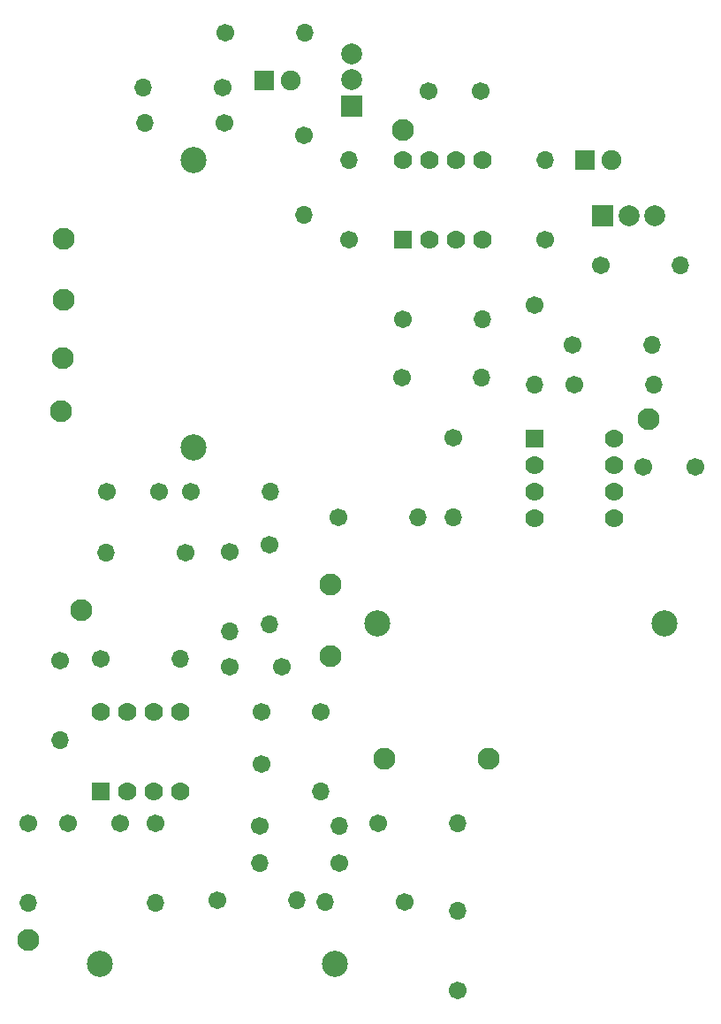
<source format=gbr>
G04 #@! TF.GenerationSoftware,KiCad,Pcbnew,5.1.2*
G04 #@! TF.CreationDate,2019-06-07T15:21:27-07:00*
G04 #@! TF.ProjectId,light-tone-pedal,6c696768-742d-4746-9f6e-652d70656461,rev?*
G04 #@! TF.SameCoordinates,Original*
G04 #@! TF.FileFunction,Soldermask,Top*
G04 #@! TF.FilePolarity,Negative*
%FSLAX46Y46*%
G04 Gerber Fmt 4.6, Leading zero omitted, Abs format (unit mm)*
G04 Created by KiCad (PCBNEW 5.1.2) date 2019-06-07 15:21:27*
%MOMM*%
%LPD*%
G04 APERTURE LIST*
%ADD10C,2.100580*%
%ADD11R,1.778000X1.778000*%
%ADD12C,1.778000*%
%ADD13C,2.501600*%
%ADD14C,1.701600*%
%ADD15C,2.101600*%
%ADD16C,1.901600*%
%ADD17R,1.901600X1.901600*%
%ADD18O,1.701600X1.701600*%
%ADD19C,2.001600*%
%ADD20R,2.001600X2.001600*%
G04 APERTURE END LIST*
D10*
X128778000Y-99314000D03*
X128778000Y-92456000D03*
X99822000Y-126492000D03*
X102997000Y-75819000D03*
X103124000Y-70739000D03*
X103251000Y-65151000D03*
X103251000Y-59309000D03*
X104902000Y-94869000D03*
X159258000Y-76581000D03*
X135763000Y-48895000D03*
D11*
X148336000Y-78486000D03*
D12*
X148336000Y-81026000D03*
X148336000Y-83566000D03*
X148336000Y-86106000D03*
X155956000Y-86106000D03*
X155956000Y-83566000D03*
X155956000Y-81026000D03*
X155956000Y-78486000D03*
D11*
X106807000Y-112268000D03*
D12*
X109347000Y-112268000D03*
X111887000Y-112268000D03*
X114427000Y-112268000D03*
X114427000Y-104648000D03*
X111887000Y-104648000D03*
X109347000Y-104648000D03*
X106807000Y-104648000D03*
D11*
X135763000Y-59436000D03*
D12*
X138303000Y-59436000D03*
X140843000Y-59436000D03*
X143383000Y-59436000D03*
X143383000Y-51816000D03*
X140843000Y-51816000D03*
X138303000Y-51816000D03*
X135763000Y-51816000D03*
D13*
X115697000Y-79316000D03*
X115697000Y-51816000D03*
D14*
X103632000Y-115316000D03*
X108632000Y-115316000D03*
X119126000Y-100330000D03*
X124126000Y-100330000D03*
X143176000Y-45212000D03*
X138176000Y-45212000D03*
X112395000Y-83566000D03*
X107395000Y-83566000D03*
D13*
X129180000Y-128778000D03*
X106680000Y-128778000D03*
X160782000Y-96139000D03*
X133282000Y-96139000D03*
D15*
X133985000Y-109093000D03*
X143985000Y-109093000D03*
D14*
X122174000Y-104648000D03*
X122174000Y-109648000D03*
X163750000Y-81153000D03*
X158750000Y-81153000D03*
D16*
X124968000Y-44196000D03*
D17*
X122428000Y-44196000D03*
X153162000Y-51816000D03*
D16*
X155702000Y-51816000D03*
D18*
X143256000Y-72644000D03*
D14*
X135636000Y-72644000D03*
X135763000Y-67056000D03*
D18*
X143383000Y-67056000D03*
X102870000Y-107315000D03*
D14*
X102870000Y-99695000D03*
D18*
X112014000Y-122936000D03*
D14*
X112014000Y-115316000D03*
D18*
X119126000Y-96901000D03*
D14*
X119126000Y-89281000D03*
X114935000Y-89408000D03*
D18*
X107315000Y-89408000D03*
X126238000Y-57023000D03*
D14*
X126238000Y-49403000D03*
X118745000Y-39624000D03*
D18*
X126365000Y-39624000D03*
X140970000Y-123698000D03*
D14*
X140970000Y-131318000D03*
X133350000Y-115316000D03*
D18*
X140970000Y-115316000D03*
X125603000Y-122682000D03*
D14*
X117983000Y-122682000D03*
X135890000Y-122809000D03*
D18*
X128270000Y-122809000D03*
D14*
X129540000Y-85979000D03*
D18*
X137160000Y-85979000D03*
X140589000Y-85979000D03*
D14*
X140589000Y-78359000D03*
X106807000Y-99568000D03*
D18*
X114427000Y-99568000D03*
X127889000Y-112268000D03*
D14*
X127889000Y-104648000D03*
X148336000Y-65659000D03*
D18*
X148336000Y-73279000D03*
X162306000Y-61849000D03*
D14*
X154686000Y-61849000D03*
X130556000Y-59436000D03*
D18*
X130556000Y-51816000D03*
D14*
X118618000Y-48260000D03*
D18*
X110998000Y-48260000D03*
X110871000Y-44831000D03*
D14*
X118491000Y-44831000D03*
X115443000Y-83566000D03*
D18*
X123063000Y-83566000D03*
D14*
X122936000Y-88646000D03*
D18*
X122936000Y-96266000D03*
X122047000Y-119126000D03*
D14*
X129667000Y-119126000D03*
X122047000Y-115570000D03*
D18*
X129667000Y-115570000D03*
X159766000Y-73279000D03*
D14*
X152146000Y-73279000D03*
D18*
X159639000Y-69469000D03*
D14*
X152019000Y-69469000D03*
X149352000Y-59436000D03*
D18*
X149352000Y-51816000D03*
D19*
X130810000Y-41609000D03*
X130810000Y-44109000D03*
D20*
X130810000Y-46609000D03*
D19*
X159893000Y-57150000D03*
X157393000Y-57150000D03*
D20*
X154893000Y-57150000D03*
D14*
X99822000Y-115316000D03*
D18*
X99822000Y-122936000D03*
M02*

</source>
